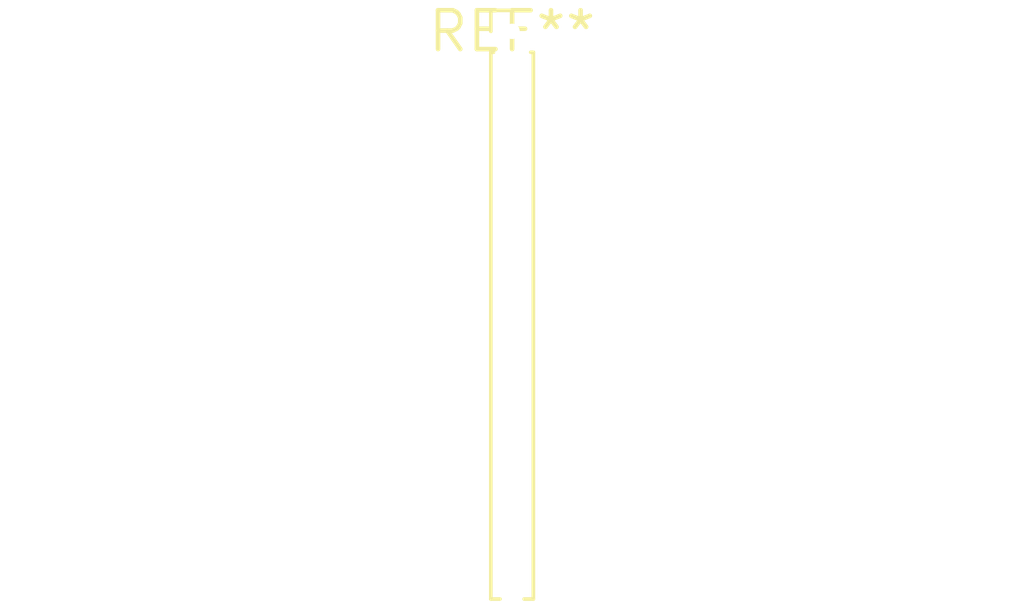
<source format=kicad_pcb>
(kicad_pcb (version 20240108) (generator pcbnew)
  (layers (0 "F.Cu" signal) (31 "B.Cu" signal) (34 "B.Paste" user) (35 "F.Paste" user) (36 "B.SilkS" user "B.Silkscreen") (37 "F.SilkS" user "F.Silkscreen") (38 "B.Mask" user) (39 "F.Mask" user) (44 "Edge.Cuts" user))
  (net 0 "")
  (footprint "PinHeader_1x19_P1.00mm_Vertical" (layer "F.Cu") (at 0 0)
    (property "Reference" "REF**")
    (property "Value" "PinHeader_1x19_P1.00mm_Vertical")
    (fp_line (start -0.695 -0.685) (end 0 -0.685) (layer "F.SilkS") (stroke (width 0.12)))
    (fp_line (start -0.695 0) (end -0.695 -0.685) (layer "F.SilkS") (stroke (width 0.12)))
    (fp_line (start -0.695 0.685) (end -0.695 18.56) (layer "F.SilkS") (stroke (width 0.12)))
    (fp_line (start -0.695 0.685) (end -0.608276 0.685) (layer "F.SilkS") (stroke (width 0.12)))
    (fp_line (start -0.695 18.56) (end -0.394493 18.56) (layer "F.SilkS") (stroke (width 0.12)))
    (fp_line (start 0.394493 18.56) (end 0.695 18.56) (layer "F.SilkS") (stroke (width 0.12)))
    (fp_line (start 0.608276 0.685) (end 0.695 0.685) (layer "F.SilkS") (stroke (width 0.12)))
    (fp_line (start 0.695 0.685) (end 0.695 18.56) (layer "F.SilkS") (stroke (width 0.12)))
    (pad "1" thru_hole rect (at 0 0) (size 0.85 0.85) (drill 0.5) (layers *.Cu *.Mask) (remove_unused_layers))
    (pad "2" thru_hole oval (at 0 1) (size 0.85 0.85) (drill 0.5) (layers *.Cu *.Mask) (remove_unused_layers))
    (pad "3" thru_hole oval (at 0 2) (size 0.85 0.85) (drill 0.5) (layers *.Cu *.Mask) (remove_unused_layers))
    (pad "4" thru_hole oval (at 0 3) (size 0.85 0.85) (drill 0.5) (layers *.Cu *.Mask) (remove_unused_layers))
    (pad "5" thru_hole oval (at 0 4) (size 0.85 0.85) (drill 0.5) (layers *.Cu *.Mask) (remove_unused_layers))
    (pad "6" thru_hole oval (at 0 5) (size 0.85 0.85) (drill 0.5) (layers *.Cu *.Mask) (remove_unused_layers))
    (pad "7" thru_hole oval (at 0 6) (size 0.85 0.85) (drill 0.5) (layers *.Cu *.Mask) (remove_unused_layers))
    (pad "8" thru_hole oval (at 0 7) (size 0.85 0.85) (drill 0.5) (layers *.Cu *.Mask) (remove_unused_layers))
    (pad "9" thru_hole oval (at 0 8) (size 0.85 0.85) (drill 0.5) (layers *.Cu *.Mask) (remove_unused_layers))
    (pad "10" thru_hole oval (at 0 9) (size 0.85 0.85) (drill 0.5) (layers *.Cu *.Mask) (remove_unused_layers))
    (pad "11" thru_hole oval (at 0 10) (size 0.85 0.85) (drill 0.5) (layers *.Cu *.Mask) (remove_unused_layers))
    (pad "12" thru_hole oval (at 0 11) (size 0.85 0.85) (drill 0.5) (layers *.Cu *.Mask) (remove_unused_layers))
    (pad "13" thru_hole oval (at 0 12) (size 0.85 0.85) (drill 0.5) (layers *.Cu *.Mask) (remove_unused_layers))
    (pad "14" thru_hole oval (at 0 13) (size 0.85 0.85) (drill 0.5) (layers *.Cu *.Mask) (remove_unused_layers))
    (pad "15" thru_hole oval (at 0 14) (size 0.85 0.85) (drill 0.5) (layers *.Cu *.Mask) (remove_unused_layers))
    (pad "16" thru_hole oval (at 0 15) (size 0.85 0.85) (drill 0.5) (layers *.Cu *.Mask) (remove_unused_layers))
    (pad "17" thru_hole oval (at 0 16) (size 0.85 0.85) (drill 0.5) (layers *.Cu *.Mask) (remove_unused_layers))
    (pad "18" thru_hole oval (at 0 17) (size 0.85 0.85) (drill 0.5) (layers *.Cu *.Mask) (remove_unused_layers))
    (pad "19" thru_hole oval (at 0 18) (size 0.85 0.85) (drill 0.5) (layers *.Cu *.Mask) (remove_unused_layers))
  )
)
</source>
